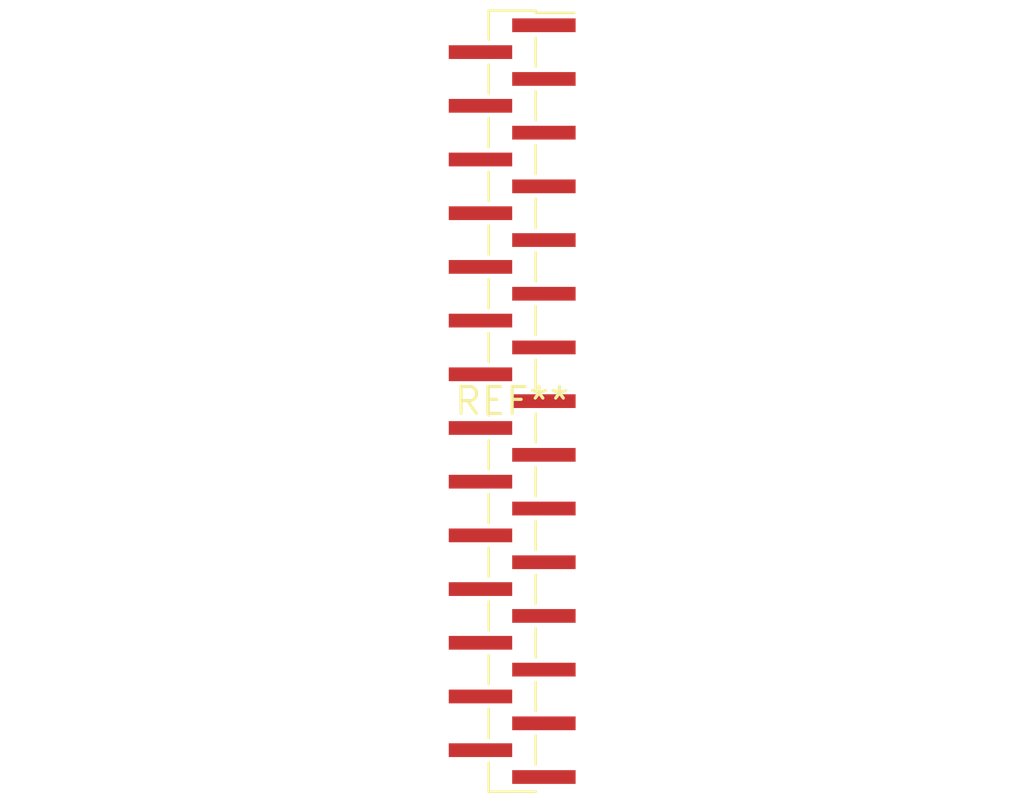
<source format=kicad_pcb>
(kicad_pcb (version 20240108) (generator pcbnew)
  (layers (0 "F.Cu" signal) (31 "B.Cu" signal) (34 "B.Paste" user) (35 "F.Paste" user) (36 "B.SilkS" user "B.Silkscreen") (37 "F.SilkS" user "F.Silkscreen") (38 "B.Mask" user) (39 "F.Mask" user) (44 "Edge.Cuts" user))
  (net 0 "")
  (footprint "PinHeader_1x29_P1.27mm_Vertical_SMD_Pin1Right" (layer "F.Cu") (at 0 0)
    (property "Reference" "REF**")
    (property "Value" "PinHeader_1x29_P1.27mm_Vertical_SMD_Pin1Right")
    (fp_line (start -1.11 -18.475) (end 1.11 -18.475) (layer "F.SilkS") (stroke (width 0.12)))
    (fp_line (start -1.11 -18.465) (end -1.11 -17.095) (layer "F.SilkS") (stroke (width 0.12)))
    (fp_line (start -1.11 -15.925) (end -1.11 -14.555) (layer "F.SilkS") (stroke (width 0.12)))
    (fp_line (start -1.11 -13.385) (end -1.11 -12.015) (layer "F.SilkS") (stroke (width 0.12)))
    (fp_line (start -1.11 -10.845) (end -1.11 -9.475) (layer "F.SilkS") (stroke (width 0.12)))
    (fp_line (start -1.11 -8.305) (end -1.11 -6.935) (layer "F.SilkS") (stroke (width 0.12)))
    (fp_line (start -1.11 -5.765) (end -1.11 -4.395) (layer "F.SilkS") (stroke (width 0.12)))
    (fp_line (start -1.11 -3.225) (end -1.11 -1.855) (layer "F.SilkS") (stroke (width 0.12)))
    (fp_line (start -1.11 -0.685) (end -1.11 0.685) (layer "F.SilkS") (stroke (width 0.12)))
    (fp_line (start -1.11 1.855) (end -1.11 3.225) (layer "F.SilkS") (stroke (width 0.12)))
    (fp_line (start -1.11 4.395) (end -1.11 5.765) (layer "F.SilkS") (stroke (width 0.12)))
    (fp_line (start -1.11 6.935) (end -1.11 8.305) (layer "F.SilkS") (stroke (width 0.12)))
    (fp_line (start -1.11 9.475) (end -1.11 10.845) (layer "F.SilkS") (stroke (width 0.12)))
    (fp_line (start -1.11 12.015) (end -1.11 13.385) (layer "F.SilkS") (stroke (width 0.12)))
    (fp_line (start -1.11 14.555) (end -1.11 15.925) (layer "F.SilkS") (stroke (width 0.12)))
    (fp_line (start -1.11 17.095) (end -1.11 18.465) (layer "F.SilkS") (stroke (width 0.12)))
    (fp_line (start -1.11 18.365) (end -1.11 18.475) (layer "F.SilkS") (stroke (width 0.12)))
    (fp_line (start -1.11 18.475) (end 1.11 18.475) (layer "F.SilkS") (stroke (width 0.12)))
    (fp_line (start 1.11 -18.475) (end 1.11 -18.365) (layer "F.SilkS") (stroke (width 0.12)))
    (fp_line (start 1.11 -18.365) (end 2.94 -18.365) (layer "F.SilkS") (stroke (width 0.12)))
    (fp_line (start 1.11 -17.195) (end 1.11 -15.825) (layer "F.SilkS") (stroke (width 0.12)))
    (fp_line (start 1.11 -14.655) (end 1.11 -13.285) (layer "F.SilkS") (stroke (width 0.12)))
    (fp_line (start 1.11 -12.115) (end 1.11 -10.745) (layer "F.SilkS") (stroke (width 0.12)))
    (fp_line (start 1.11 -9.575) (end 1.11 -8.205) (layer "F.SilkS") (stroke (width 0.12)))
    (fp_line (start 1.11 -7.035) (end 1.11 -5.665) (layer "F.SilkS") (stroke (width 0.12)))
    (fp_line (start 1.11 -4.495) (end 1.11 -3.125) (layer "F.SilkS") (stroke (width 0.12)))
    (fp_line (start 1.11 -1.955) (end 1.11 -0.585) (layer "F.SilkS") (stroke (width 0.12)))
    (fp_line (start 1.11 0.585) (end 1.11 1.955) (layer "F.SilkS") (stroke (width 0.12)))
    (fp_line (start 1.11 3.125) (end 1.11 4.495) (layer "F.SilkS") (stroke (width 0.12)))
    (fp_line (start 1.11 5.665) (end 1.11 7.035) (layer "F.SilkS") (stroke (width 0.12)))
    (fp_line (start 1.11 8.205) (end 1.11 9.575) (layer "F.SilkS") (stroke (width 0.12)))
    (fp_line (start 1.11 10.745) (end 1.11 12.115) (layer "F.SilkS") (stroke (width 0.12)))
    (fp_line (start 1.11 13.285) (end 1.11 14.655) (layer "F.SilkS") (stroke (width 0.12)))
    (fp_line (start 1.11 15.825) (end 1.11 17.195) (layer "F.SilkS") (stroke (width 0.12)))
    (pad "1" smd rect (at 1.5 -17.78) (size 3 0.65) (layers "F.Cu" "F.Paste" "F.Mask"))
    (pad "2" smd rect (at -1.5 -16.51) (size 3 0.65) (layers "F.Cu" "F.Paste" "F.Mask"))
    (pad "3" smd rect (at 1.5 -15.24) (size 3 0.65) (layers "F.Cu" "F.Paste" "F.Mask"))
    (pad "4" smd rect (at -1.5 -13.97) (size 3 0.65) (layers "F.Cu" "F.Paste" "F.Mask"))
    (pad "5" smd rect (at 1.5 -12.7) (size 3 0.65) (layers "F.Cu" "F.Paste" "F.Mask"))
    (pad "6" smd rect (at -1.5 -11.43) (size 3 0.65) (layers "F.Cu" "F.Paste" "F.Mask"))
    (pad "7" smd rect (at 1.5 -10.16) (size 3 0.65) (layers "F.Cu" "F.Paste" "F.Mask"))
    (pad "8" smd rect (at -1.5 -8.89) (size 3 0.65) (layers "F.Cu" "F.Paste" "F.Mask"))
    (pad "9" smd rect (at 1.5 -7.62) (size 3 0.65) (layers "F.Cu" "F.Paste" "F.Mask"))
    (pad "10" smd rect (at -1.5 -6.35) (size 3 0.65) (layers "F.Cu" "F.Paste" "F.Mask"))
    (pad "11" smd rect (at 1.5 -5.08) (size 3 0.65) (layers "F.Cu" "F.Paste" "F.Mask"))
    (pad "12" smd rect (at -1.5 -3.81) (size 3 0.65) (layers "F.Cu" "F.Paste" "F.Mask"))
    (pad "13" smd rect (at 1.5 -2.54) (size 3 0.65) (layers "F.Cu" "F.Paste" "F.Mask"))
    (pad "14" smd rect (at -1.5 -1.27) (size 3 0.65) (layers "F.Cu" "F.Paste" "F.Mask"))
    (pad "15" smd rect (at 1.5 0) (size 3 0.65) (layers "F.Cu" "F.Paste" "F.Mask"))
    (pad "16" smd rect (at -1.5 1.27) (size 3 0.65) (layers "F.Cu" "F.Paste" "F.Mask"))
    (pad "17" smd rect (at 1.5 2.54) (size 3 0.65) (layers "F.Cu" "F.Paste" "F.Mask"))
    (pad "18" smd rect (at -1.5 3.81) (size 3 0.65) (layers "F.Cu" "F.Paste" "F.Mask"))
    (pad "19" smd rect (at 1.5 5.08) (size 3 0.65) (layers "F.Cu" "F.Paste" "F.Mask"))
    (pad "20" smd rect (at -1.5 6.35) (size 3 0.65) (layers "F.Cu" "F.Paste" "F.Mask"))
    (pad "21" smd rect (at 1.5 7.62) (size 3 0.65) (layers "F.Cu" "F.Paste" "F.Mask"))
    (pad "22" smd rect (at -1.5 8.89) (size 3 0.65) (layers "F.Cu" "F.Paste" "F.Mask"))
    (pad "23" smd rect (at 1.5 10.16) (size 3 0.65) (layers "F.Cu" "F.Paste" "F.Mask"))
    (pad "24" smd rect (at -1.5 11.43) (size 3 0.65) (layers "F.Cu" "F.Paste" "F.Mask"))
    (pad "25" smd rect (at 1.5 12.7) (size 3 0.65) (layers "F.Cu" "F.Paste" "F.Mask"))
    (pad "26" smd rect (at -1.5 13.97) (size 3 0.65) (layers "F.Cu" "F.Paste" "F.Mask"))
    (pad "27" smd rect (at 1.5 15.24) (size 3 0.65) (layers "F.Cu" "F.Paste" "F.Mask"))
    (pad "28" smd rect (at -1.5 16.51) (size 3 0.65) (layers "F.Cu" "F.Paste" "F.Mask"))
    (pad "29" smd rect (at 1.5 17.78) (size 3 0.65) (layers "F.Cu" "F.Paste" "F.Mask"))
  )
)
</source>
